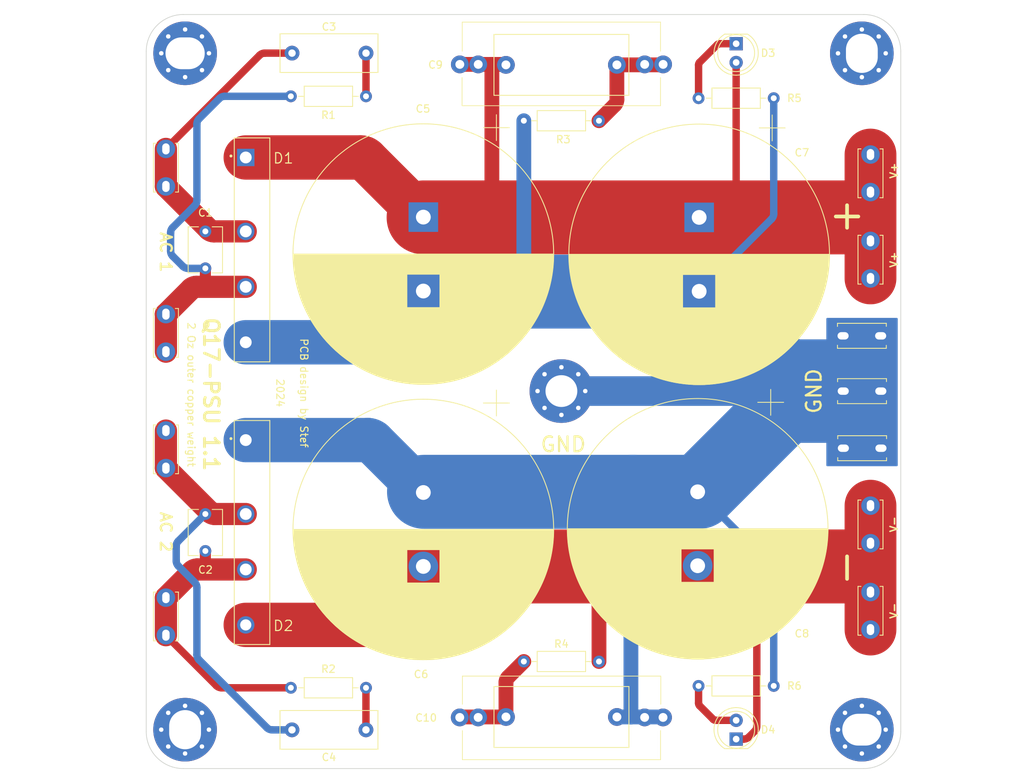
<source format=kicad_pcb>
(kicad_pcb (version 20240108) (generator "pcbnew") (generator_version "8.0")
  (title_block (title "Q17 Power Supply") (date "2024-08-09") (rev "1.1") (company "by stef"))
  (layers (0 "F.Cu" signal) (31 "B.Cu" signal) (34 "B.Paste" user) (35 "F.Paste" user) (36 "B.SilkS" user "B.Silkscreen") (37 "F.SilkS" user "F.Silkscreen") (38 "B.Mask" user) (39 "F.Mask" user) (44 "Edge.Cuts" user))
  (net 0 "")
  (net 1 "GNDPWR")
  (net 2 "Net-(J1-1-Pin_1)")
  (net 3 "Net-(J1-3-Pin_1)")
  (net 4 "Net-(J1-2-Pin_1)")
  (net 5 "Net-(J1-4-Pin_1)")
  (net 6 "Net-(D3-K)")
  (net 7 "Net-(D4-A)")
  (net 8 "Net-(C3-Pad2)")
  (net 9 "Net-(C4-Pad2)")
  (net 10 "Net-(C9-Pad2)")
  (net 11 "Net-(C10-Pad2)")
  (net 12 "Net-(D3-A)")
  (net 13 "Net-(D4-K)")
  (footprint "Capacitor_THT:C_Rect_L13.0mm_W5.0mm_P10.00mm_FKS3_FKP3_MKS4" (layer "F.Cu") (at 117.762 45.212)
    (property "Reference" "C3" (at 5 -3.556 0) (layer "F.SilkS"))
    (property "Value" "10nF")
    (pad "1" thru_hole circle (at 0 0) (size 2 2) (drill 1) (layers "*.Cu" "*.Mask") (net 2 "Net-(J1-1-Pin_1)"))
    (pad "2" thru_hole circle (at 10 0) (size 2 2) (drill 1) (layers "*.Cu" "*.Mask") (net 8 "Net-(C3-Pad2)"))
  )
  (footprint "Q17_Library:DIOB_GBJ2510" (layer "F.Cu") (at 112.356 110.05744 -90)
    (property "Reference" "D2" (at 12.62456 -4.23 0) (layer "F.SilkS") (effects (font (size 1.4 1.4))))
    (property "Value" "GBJ2510")
    (pad "1" thru_hole rect (at -12.5 0.85 270) (size 2.35 2.35) (drill 1.6) (layers "*.Cu" "*.Mask") (net 1 "GNDPWR"))
    (pad "2" thru_hole circle (at -2.5 0.85 270) (size 2.35 2.35) (drill 1.6) (layers "*.Cu" "*.Mask") (net 3 "Net-(J1-3-Pin_1)"))
    (pad "3" thru_hole circle (at 5 0.85 270) (size 2.35 2.35) (drill 1.6) (layers "*.Cu" "*.Mask") (net 5 "Net-(J1-4-Pin_1)"))
    (pad "4" thru_hole circle (at 12.5 0.85 270) (size 2.35 2.35) (drill 1.51) (layers "*.Cu" "*.Mask") (net 13 "Net-(D4-K)"))
  )
  (footprint "Capacitor_THT:C_Disc_D6.0mm_W4.4mm_P5.00mm" (layer "F.Cu") (at 106.04628 107.55744 -90)
    (property "Reference" "C2" (at 7.547355 -0.011567 0) (layer "F.SilkS"))
    (property "Value" "10nF")
    (pad "1" thru_hole circle (at 0 0 270) (size 1.6 1.6) (drill 0.8) (layers "*.Cu" "*.Mask") (net 3 "Net-(J1-3-Pin_1)"))
    (pad "2" thru_hole circle (at 5 0 270) (size 1.6 1.6) (drill 0.8) (layers "*.Cu" "*.Mask") (net 5 "Net-(J1-4-Pin_1)"))
  )
  (footprint "Capacitor_THT:CP_Radial_D35.0mm_P10.00mm_SnapIn" (layer "F.Cu") (at 135.513301 67.394442 -90)
    (property "Reference" "C5" (at -14.648184 0.05248 180) (layer "F.SilkS"))
    (property "Value" "10000uF 63v")
    (pad "1" thru_hole rect (at 0 0 270) (size 4 4) (drill 2) (layers "*.Cu" "*.Mask") (net 12 "Net-(D3-A)"))
    (pad "2" thru_hole circle (at 10 0 270) (size 4 4) (drill 2) (layers "*.Cu" "*.Mask") (net 1 "GNDPWR"))
  )
  (footprint "Q17_Library:Faston_Connector_63849-1_TEC" (layer "F.Cu") (at 100.71228 96.266 90)
    (property "Reference" "J1-3" (hide yes))
    (property "Value" "AC2-1" (hide yes))
    (pad "1" thru_hole circle (at -5.08 0 90) (size 2.5 2.5) (drill oval 1.5 1) (layers "*.Cu" "*.Mask") (net 3 "Net-(J1-3-Pin_1)"))
    (pad "1" thru_hole circle (at 0 0 90) (size 2.5 2.5) (drill oval 1.5 1) (layers "*.Cu" "*.Mask") (net 3 "Net-(J1-3-Pin_1)"))
  )
  (footprint "Q17_Library:C_Rect_Q17_PSU_L26.50_H11.00_P20.50" (layer "F.Cu") (at 142.934353 46.736)
    (property "Reference" "C9" (at -5.779934 0.063 0) (layer "F.SilkS"))
    (property "Value" "220nf" (hide yes))
    (pad "1" thru_hole circle (at -2.4892 0) (size 2.4 2.4) (drill 1.2) (layers "*.Cu" "*.Mask") (net 12 "Net-(D3-A)"))
    (pad "1" thru_hole circle (at 0 0) (size 2.4 2.4) (drill 1.2) (layers "*.Cu" "*.Mask") (net 12 "Net-(D3-A)"))
    (pad "1" thru_hole circle (at 3.743647 0.063) (size 2.4 2.4) (drill 1.2) (layers "*.Cu" "*.Mask") (net 12 "Net-(D3-A)"))
    (pad "2" thru_hole circle (at 18.743647 0.063) (size 2.4 2.4) (drill 1.2) (layers "*.Cu" "*.Mask") (net 10 "Net-(C9-Pad2)"))
    (pad "2" thru_hole circle (at 22.5 0 180) (size 2.4 2.4) (drill 1.2) (layers "*.Cu" "*.Mask") (net 10 "Net-(C9-Pad2)"))
    (pad "2" thru_hole circle (at 24.9936 0 180) (size 2.4 2.4) (drill 1.2) (layers "*.Cu" "*.Mask") (net 10 "Net-(C9-Pad2)"))
  )
  (footprint "Q17_Library:Faston_Connector_63849-1_TEC" (layer "F.Cu") (at 100.71228 118.872 90)
    (property "Reference" "J1-4" (hide yes))
    (property "Value" "AC2-2" (hide yes))
    (pad "1" thru_hole circle (at -5.08 0 90) (size 2.5 2.5) (drill oval 1.5 1) (layers "*.Cu" "*.Mask") (net 5 "Net-(J1-4-Pin_1)"))
    (pad "1" thru_hole circle (at 0 0 90) (size 2.5 2.5) (drill oval 1.5 1) (layers "*.Cu" "*.Mask") (net 5 "Net-(J1-4-Pin_1)"))
  )
  (footprint "MountingHole:MountingHole_4.3mm_M4_Pad_Via" (layer "F.Cu") (at 154.178 90.926419)
    (property "Reference" "#GROUND01" (hide yes))
    (property "Value" "MountingHole_4.3mm_M4_Pad_Via" (hide yes))
    (pad "1" thru_hole circle (at -3.225 0) (size 0.9 0.9) (drill 0.6) (layers "*.Cu" "*.Mask") (net 1 "GNDPWR"))
    (pad "1" thru_hole circle (at -2.280419 -2.280419) (size 0.9 0.9) (drill 0.6) (layers "*.Cu" "*.Mask") (net 1 "GNDPWR"))
    (pad "1" thru_hole circle (at -2.280419 2.280419) (size 0.9 0.9) (drill 0.6) (layers "*.Cu" "*.Mask") (net 1 "GNDPWR"))
    (pad "1" thru_hole circle (at 0 -3.225) (size 0.9 0.9) (drill 0.6) (layers "*.Cu" "*.Mask") (net 1 "GNDPWR"))
    (pad "1" thru_hole circle (at 0 0) (size 8.6 8.6) (drill 4.3) (layers "*.Cu" "*.Mask") (net 1 "GNDPWR"))
    (pad "1" thru_hole circle (at 0 3.225) (size 0.9 0.9) (drill 0.6) (layers "*.Cu" "*.Mask") (net 1 "GNDPWR"))
    (pad "1" thru_hole circle (at 2.280419 -2.280419) (size 0.9 0.9) (drill 0.6) (layers "*.Cu" "*.Mask") (net 1 "GNDPWR"))
    (pad "1" thru_hole circle (at 2.280419 2.280419) (size 0.9 0.9) (drill 0.6) (layers "*.Cu" "*.Mask") (net 1 "GNDPWR"))
    (pad "1" thru_hole circle (at 3.225 0) (size 0.9 0.9) (drill 0.6) (layers "*.Cu" "*.Mask") (net 1 "GNDPWR"))
  )
  (footprint "Q17_Library:Faston_Connector_63849-1_TEC" (layer "F.Cu") (at 192.278 90.932 180)
    (property "Reference" "J2-4" (hide yes))
    (property "Value" "GNDPWR" (hide yes))
    (pad "1" thru_hole circle (at -5.08 0 180) (size 2.5 2.5) (drill oval 1.5 1) (layers "*.Cu" "*.Mask") (net 1 "GNDPWR"))
    (pad "1" thru_hole circle (at 0 0 180) (size 2.5 2.5) (drill oval 1.5 1) (layers "*.Cu" "*.Mask") (net 1 "GNDPWR"))
  )
  (footprint "Q17_Library:Faston_Connector_63849-1_TEC" (layer "F.Cu") (at 192.295665 98.653992 180)
    (property "Reference" "J2-5" (hide yes))
    (property "Value" "GNDPWR" (hide yes))
    (pad "1" thru_hole circle (at -5.08 0 180) (size 2.5 2.5) (drill oval 1.5 1) (layers "*.Cu" "*.Mask") (net 1 "GNDPWR"))
    (pad "1" thru_hole circle (at 0 0 180) (size 2.5 2.5) (drill oval 1.5 1) (layers "*.Cu" "*.Mask") (net 1 "GNDPWR"))
  )
  (footprint "Capacitor_THT:C_Disc_D6.0mm_W4.4mm_P5.00mm" (layer "F.Cu") (at 106.04628 69.324941 -90)
    (property "Reference" "C1" (at -2.522941 0.000992 0) (layer "F.SilkS"))
    (property "Value" "10nF")
    (pad "1" thru_hole circle (at 0 0 270) (size 1.6 1.6) (drill 0.8) (layers "*.Cu" "*.Mask") (net 2 "Net-(J1-1-Pin_1)"))
    (pad "2" thru_hole circle (at 5 0 270) (size 1.6 1.6) (drill 0.8) (layers "*.Cu" "*.Mask") (net 4 "Net-(J1-2-Pin_1)"))
  )
  (footprint "Q17_Library:Faston_Connector_63849-1_TEC" (layer "F.Cu") (at 100.71228 58.166 90)
    (property "Reference" "J1-1" (hide yes))
    (property "Value" "AC1-1" (hide yes))
    (pad "1" thru_hole circle (at -5.08 0 90) (size 2.5 2.5) (drill oval 1.5 1) (layers "*.Cu" "*.Mask") (net 2 "Net-(J1-1-Pin_1)"))
    (pad "1" thru_hole circle (at 0 0 90) (size 2.5 2.5) (drill oval 1.5 1) (layers "*.Cu" "*.Mask") (net 2 "Net-(J1-1-Pin_1)"))
  )
  (footprint "MountingHole:MountingHole_4.3mm_M4_Pad_Via" (layer "F.Cu") (at 194.79428 136.729763)
    (property "Reference" "REF**" (hide yes))
    (property "Value" "MountingHole_4.3mm_M4_Pad_Via")
    (pad "1" thru_hole circle (at -3.225 0) (size 0.9 0.9) (drill 0.6) (layers "*.Cu" "*.Mask"))
    (pad "1" thru_hole circle (at -2.280419 -2.280419) (size 0.9 0.9) (drill 0.6) (layers "*.Cu" "*.Mask"))
    (pad "1" thru_hole circle (at -2.280419 2.280419) (size 0.9 0.9) (drill 0.6) (layers "*.Cu" "*.Mask"))
    (pad "1" thru_hole circle (at 0 -3.225) (size 0.9 0.9) (drill 0.6) (layers "*.Cu" "*.Mask"))
    (pad "1" thru_hole circle (at 0 0) (size 8.6 8.6) (drill oval 5.3 4.3) (layers "*.Cu" "*.Mask"))
    (pad "1" thru_hole circle (at 0 3.225) (size 0.9 0.9) (drill 0.6) (layers "*.Cu" "*.Mask"))
    (pad "1" thru_hole circle (at 2.280419 -2.280419) (size 0.9 0.9) (drill 0.6) (layers "*.Cu" "*.Mask"))
    (pad "1" thru_hole circle (at 2.280419 2.280419) (size 0.9 0.9) (drill 0.6) (layers "*.Cu" "*.Mask"))
    (pad "1" thru_hole circle (at 3.225 0) (size 0.9 0.9) (drill 0.6) (layers "*.Cu" "*.Mask"))
  )
  (footprint "Capacitor_THT:CP_Radial_D35.0mm_P10.00mm_SnapIn" (layer "F.Cu") (at 172.597301 104.554 -90)
    (property "Reference" "C8" (at 19.181059 -14.092699 180) (layer "F.SilkS"))
    (property "Value" "10000uF 63v")
    (pad "1" thru_hole rect (at 0 0 270) (size 4 4) (drill 2) (layers "*.Cu" "*.Mask") (net 1 "GNDPWR"))
    (pad "2" thru_hole circle (at 10 0 270) (size 4 4) (drill 2) (layers "*.Cu" "*.Mask") (net 13 "Net-(D4-K)"))
  )
  (footprint "Resistor_THT:R_Axial_DIN0207_L6.3mm_D2.5mm_P10.16mm_Horizontal" (layer "F.Cu") (at 127.762 131.064 180)
    (property "Reference" "R2" (at 5.08 2.54 0) (layer "F.SilkS"))
    (property "Value" "10R")
    (pad "1" thru_hole circle (at 0 0 180) (size 1.6 1.6) (drill 0.8) (layers "*.Cu" "*.Mask") (net 9 "Net-(C4-Pad2)"))
    (pad "2" thru_hole oval (at 10.16 0 180) (size 1.6 1.6) (drill 0.8) (layers "*.Cu" "*.Mask") (net 5 "Net-(J1-4-Pin_1)"))
  )
  (footprint "Resistor_THT:R_Axial_DIN0207_L6.3mm_D2.5mm_P10.16mm_Horizontal" (layer "F.Cu") (at 149.098 127.508)
    (property "Reference" "R4" (at 5.08 -2.37 0) (layer "F.SilkS"))
    (property "Value" "10R" (hide yes))
    (pad "1" thru_hole circle (at 0 0) (size 1.6 1.6) (drill 0.8) (layers "*.Cu" "*.Mask") (net 11 "Net-(C10-Pad2)"))
    (pad "2" thru_hole oval (at 10.16 0) (size 1.6 1.6) (drill 0.8) (layers "*.Cu" "*.Mask") (net 13 "Net-(D4-K)"))
  )
  (footprint "LED_THT:LED_D5.0mm" (layer "F.Cu") (at 177.8 138.004763 90)
    (property "Reference" "D4" (at 1.27 4.318 0) (layer "F.SilkS"))
    (property "Value" "LED")
    (pad "1" thru_hole rect (at 0 0 90) (size 1.8 1.8) (drill 0.9) (layers "*.Cu" "*.Mask") (net 13 "Net-(D4-K)"))
    (pad "2" thru_hole circle (at 2.54 0 90) (size 1.8 1.8) (drill 0.9) (layers "*.Cu" "*.Mask") (net 7 "Net-(D4-A)"))
  )
  (footprint "Q17_Library:Faston_Connector_63849-1_TEC" (layer "F.Cu") (at 195.96228 75.692 -90)
    (property "Reference" "J2-2" (hide yes))
    (property "Value" "V+" (at -2.54 -3.17372 90) (layer "F.SilkS") (effects (font (thickness 0.2) (bold yes))))
    (pad "1" thru_hole circle (at -5.08 0 270) (size 2.5 2.5) (drill oval 1.5 1) (layers "*.Cu" "*.Mask") (net 12 "Net-(D3-A)"))
    (pad "1" thru_hole circle (at 0 0 270) (size 2.5 2.5) (drill oval 1.5 1) (layers "*.Cu" "*.Mask") (net 12 "Net-(D3-A)"))
  )
  (footprint "Q17_Library:Faston_Connector_63849-1_TEC" (layer "F.Cu") (at 192.255665 83.453992 180)
    (property "Reference" "J2-3" (hide yes))
    (property "Value" "GNDPWR" (hide yes))
    (pad "1" thru_hole circle (at -5.08 0 180) (size 2.5 2.5) (drill oval 1.5 1) (layers "*.Cu" "*.Mask") (net 1 "GNDPWR"))
    (pad "1" thru_hole circle (at 0 0 180) (size 2.5 2.5) (drill oval 1.5 1) (layers "*.Cu" "*.Mask") (net 1 "GNDPWR"))
  )
  (footprint "Q17_Library:Faston_Connector_63849-1_TEC" (layer "F.Cu") (at 195.96228 111.506 -90)
    (property "Reference" "J2-6" (hide yes))
    (property "Value" "V-" (at -2.554323 -3.17372 90) (layer "F.SilkS") (effects (font (thickness 0.2) (bold yes))))
    (pad "1" thru_hole circle (at -5.08 0 270) (size 2.5 2.5) (drill oval 1.5 1) (layers "*.Cu" "*.Mask") (net 13 "Net-(D4-K)"))
    (pad "1" thru_hole circle (at 0 0 270) (size 2.5 2.5) (drill oval 1.5 1) (layers "*.Cu" "*.Mask") (net 13 "Net-(D4-K)"))
  )
  (footprint "Capacitor_THT:C_Rect_L13.0mm_W5.0mm_P10.00mm_FKS3_FKP3_MKS4" (layer "F.Cu") (at 117.7544 136.7536)
    (property "Reference" "C4" (at 5 3.7084 0) (layer "F.SilkS"))
    (property "Value" "10nF")
    (pad "1" thru_hole circle (at 0 0) (size 2 2) (drill 1) (layers "*.Cu" "*.Mask") (net 3 "Net-(J1-3-Pin_1)"))
    (pad "2" thru_hole circle (at 10 0) (size 2 2) (drill 1) (layers "*.Cu" "*.Mask") (net 9 "Net-(C4-Pad2)"))
  )
  (footprint "Q17_Library:DIOB_GBJ2510" (layer "F.Cu") (at 112.356 71.824941 -90)
    (property "Reference" "D1" (at -12.388941 -4.23 0) (layer "F.SilkS") (effects (font (size 1.4 1.4))))
    (property "Value" "GBJ2510")
    (pad "1" thru_hole rect (at -12.5 0.85 270) (size 2.35 2.35) (drill 1.6) (layers "*.Cu" "*.Mask") (net 12 "Net-(D3-A)"))
    (pad "2" thru_hole circle (at -2.5 0.85 270) (size 2.35 2.35) (drill 1.6) (layers "*.Cu" "*.Mask") (net 2 "Net-(J1-1-Pin_1)"))
    (pad "3" thru_hole circle (at 5 0.85 270) (size 2.35 2.35) (drill 1.6) (layers "*.Cu" "*.Mask") (net 4 "Net-(J1-2-Pin_1)"))
    (pad "4" thru_hole circle (at 12.5 0.85 270) (size 2.35 2.35) (drill 1.6) (layers "*.Cu" "*.Mask") (net 1 "GNDPWR"))
  )
  (footprint "Q17_Library:Faston_Connector_63849-1_TEC" (layer "F.Cu") (at 100.71228 80.518 90)
    (property "Reference" "J1-2" (hide yes))
    (property "Value" "AC1-2" (hide yes))
    (pad "1" thru_hole circle (at -5.08 0 90) (size 2.5 2.5) (drill oval 1.5 1) (layers "*.Cu" "*.Mask") (net 4 "Net-(J1-2-Pin_1)"))
    (pad "1" thru_hole circle (at 0 0 90) (size 2.5 2.5) (drill oval 1.5 1) (layers "*.Cu" "*.Mask") (net 4 "Net-(J1-2-Pin_1)"))
  )
  (footprint "Resistor_THT:R_Axial_DIN0207_L6.3mm_D2.5mm_P10.16mm_Horizontal" (layer "F.Cu") (at 159.258 54.356 180)
    (property "Reference" "R3" (at 4.826 -2.54 0) (layer "F.SilkS"))
    (property "Value" "10R" (hide yes))
    (pad "1" thru_hole circle (at 0 0 180) (size 1.6 1.6) (drill 0.8) (layers "*.Cu" "*.Mask") (net 10 "Net-(C9-Pad2)"))
    (pad "2" thru_hole oval (at 10.16 0 180) (size 1.6 1.6) (drill 0.8) (layers "*.Cu" "*.Mask") (net 1 "GNDPWR"))
  )
  (footprint "MountingHole:MountingHole_4.3mm_M4_Pad_Via" (layer "F.Cu") (at 194.79428 45.238963)
    (property "Reference" "REF**" (hide yes))
    (property "Value" "MountingHole_4.3mm_M4_Pad_Via")
    (pad "1" thru_hole circle (at -3.225 0) (size 0.9 0.9) (drill 0.6) (layers "*.Cu" "*.Mask"))
    (pad "1" thru_hole circle (at -2.280419 -2.280419) (size 0.9 0.9) (drill 0.6) (layers "*.Cu" "*.Mask"))
    (pad "1" thru_hole circle (at -2.280419 2.280419) (size 0.9 0.9) (drill 0.6) (layers "*.Cu" "*.Mask"))
    (pad "1" thru_hole circle (at 0 -3.225) (size 0.9 0.9) (drill 0.6) (layers "*.Cu" "*.Mask"))
    (pad "1" thru_hole circle (at 0 0) (size 8.6 8.6) (drill oval 4.3 5.3) (layers "*.Cu" "*.Mask"))
    (pad "1" thru_hole circle (at 0 3.225) (size 0.9 0.9) (drill 0.6) (layers "*.Cu" "*.Mask"))
    (pad "1" thru_hole circle (at 2.280419 -2.280419) (size 0.9 0.9) (drill 0.6) (layers "*.Cu" "*.Mask"))
    (pad "1" thru_hole circle (at 2.280419 2.280419) (size 0.9 0.9) (drill 0.6) (layers "*.Cu" "*.Mask"))
    (pad "1" thru_hole circle (at 3.225 0) (size 0.9 0.9) (drill 0.6) (layers "*.Cu" "*.Mask"))
  )
  (footprint "Capacitor_THT:CP_Radial_D35.0mm_P10.00mm_SnapIn" (layer "F.Cu") (at 135.513301 104.648 -90)
    (property "Reference" "C6" (at 24.589317 0.30648 180) (layer "F.SilkS"))
    (property "Value" "10000uF 63v")
    (pad "1" thru_hole rect (at 0 0 270) (size 4 4) (drill 2) (layers "*.Cu" "*.Mask") (net 1 "GNDPWR"))
    (pad "2" thru_hole circle (at 10 0 270) (size 4 4) (drill 2) (layers "*.Cu" "*.Mask") (net 13 "Net-(D4-K)"))
  )
  (footprint "Q17_Library:C_Rect_Q17_PSU_L26.50_H11.00_P20.50" (layer "F.Cu") (at 165.427229 135.072553 180)
    (property "Reference" "C10" (at 29.537229 -0.055447 180) (layer "F.SilkS"))
    (property "Value" "220nF" (hide yes))
    (pad "1" thru_hole circle (at -2.4892 0 180) (size 2.4 2.4) (drill 1.2) (layers "*.Cu" "*.Mask") (net 1 "GNDPWR"))
    (pad "1" thru_hole circle (at 0 0 180) (size 2.4 2.4) (drill 1.2) (layers "*.Cu" "*.Mask") (net 1 "GNDPWR"))
    (pad "1" thru_hole circle (at 3.743647 0.063 180) (size 2.4 2.4) (drill 1.2) (layers "*.Cu" "*.Mask") (net 1 "GNDPWR"))
    (pad "2" thru_hole circle (at 18.743647 0.063 180) (size 2.4 2.4) (drill 1.2) (layers "*.Cu" "*.Mask") (net 11 "Net-(C10-Pad2)"))
    (pad "2" thru_hole circle (at 22.5 0) (size 2.4 2.4) (drill 1.2) (layers "*.Cu" "*.Mask") (net 11 "Net-(C10-Pad2)"))
    (pad "2" thru_hole circle (at 24.9936 0) (size 2.4 2.4) (drill 1.2) (layers "*.Cu" "*.Mask") (net 11 "Net-(C10-Pad2)"))
  )
  (footprint "LED_THT:LED_D5.0mm" (layer "F.Cu") (at 177.8 43.937 -90)
    (property "Reference" "D3" (at 1.27 -4.318 180) (layer "F.SilkS"))
    (property "Value" "LED")
    (pad "1" thru_hole rect (at 0 0 270) (size 1.8 1.8) (drill 0.9) (layers "*.Cu" "*.Mask") (net 6 "Net-(D3-K)"))
    (pad "2" thru_hole circle (at 2.54 0 270) (size 1.8 1.8) (drill 0.9) (layers "*.Cu" "*.Mask") (net 12 "Net-(D3-A)"))
  )
  (footprint "MountingHole:MountingHole_4.3mm_M4_Pad_Via" (layer "F.Cu") (at 103.309061 45.233382)
    (property "Reference" "REF**" (hide yes))
    (property "Value" "MountingHole_4.3mm_M4_Pad_Via")
    (pad "1" thru_hole circle (at -3.225 0) (size 0.9 0.9) (drill 0.6) (layers "*.Cu" "*.Mask"))
    (pad "1" thru_hole circle (at -2.280419 -2.280419) (size 0.9 0.9) (drill 0.6) (layers "*.Cu" "*.Mask"))
    (pad "1" thru_hole circle (at -2.280419 2.280419) (size 0.9 0.9) (drill 0.6) (layers "*.Cu" "*.Mask"))
    (pad "1" thru_hole circle (at 0 -3.225) (size 0.9 0.9) (drill 0.6) (layers "*.Cu" "*.Mask"))
    (pad "1" thru_hole circle (at 0 0) (size 8.6 8.6) (drill oval 5.3 4.3) (layers "*.Cu" "*.Mask"))
    (pad "1" thru_hole circle (at 0 3.225) (size 0.9 0.9) (drill 0.6) (layers "*.Cu" "*.Mask"))
    (pad "1" thru_hole circle (at 2.280419 -2.280419) (size 0.9 0.9) (drill 0.6) (layers "*.Cu" "*.Mask"))
    (pad "1" thru_hole circle (at 2.280419 2.280419) (size 0.9 0.9) (drill 0.6) (layers "*.Cu" "*.Mask"))
    (pad "1" thru_hole circle (at 3.225 0) (size 0.9 0.9) (drill 0.6) (layers "*.Cu" "*.Mask"))
  )
  (footprint "Resistor_THT:R_Axial_DIN0207_L6.3mm_D2.5mm_P10.16mm_Horizontal" (layer "F.Cu") (at 127.762 51.054 180)
    (property "Reference" "R1" (at 5.08 -2.54 0) (layer "F.SilkS"))
    (property "Value" "10R")
    (pad "1" thru_hole circle (at 0 0 180) (size 1.6 1.6) (drill 0.8) (layers "*.Cu" "*.Mask") (net 8 "Net-(C3-Pad2)"))
    (pad "2" thru_hole oval (at 10.16 0 180) (size 1.6 1.6) (drill 0.8) (layers "*.Cu" "*.Mask") (net 4 "Net-(J1-2-Pin_1)"))
  )
  (footprint "Q17_Library:Faston_Connector_63849-1_TEC" (layer "F.Cu") (at 195.96228 64.008 -90)
    (property "Reference" "J2-1" (hide yes))
    (property "Value" "V+" (at -2.8956 -3.17372 90) (layer "F.SilkS") (effects (font (thickness 0.2) (bold yes))))
    (pad "1" thru_hole circle (at -5.08 0 270) (size 2.5 2.5) (drill oval 1.5 1) (layers "*.Cu" "*.Mask") (net 12 "Net-(D3-A)"))
    (pad "1" thru_hole circle (at 0 0 270) (size 2.5 2.5) (drill oval 1.5 1) (layers "*.Cu" "*.Mask") (net 12 "Net-(D3-A)"))
  )
  (footprint "Resistor_THT:R_Axial_DIN0207_L6.3mm_D2.5mm_P10.16mm_Horizontal" (layer "F.Cu") (at 172.72 51.308)
    (property "Reference" "R5" (at 12.954 0 0) (layer "F.SilkS"))
    (property "Value" "10K")
    (pad "1" thru_hole circle (at 0 0) (size 1.6 1.6) (drill 0.8) (layers "*.Cu" "*.Mask") (net 6 "Net-(D3-K)"))
    (pad "2" thru_hole oval (at 10.16 0) (size 1.6 1.6) (drill 0.8) (layers "*.Cu" "*.Mask") (net 1 "GNDPWR"))
  )
  (footprint "Capacitor_THT:CP_Radial_D35.0mm_P10.00mm_SnapIn" (layer "F.Cu") (at 172.800501 67.432941 -90)
    (property "Reference" "C7" (at -8.758941 -13.889499 180) (layer "F.SilkS"))
    (property "Value" "10000uF 63v")
    (pad "1" thru_hole rect (at 0 0 270) (size 4 4) (drill 2) (layers "*.Cu" "*.Mask") (net 12 "Net-(D3-A)"))
    (pad "2" thru_hole circle (at 10 0 270) (size 4 4) (drill 2) (layers "*.Cu" "*.Mask") (net 1 "GNDPWR"))
  )
  (footprint "Q17_Library:Faston_Connector_63849-1_TEC" (layer "F.Cu") (at 195.96228 123.19 -90)
    (property "Reference" "J2-7" (hide yes))
    (property "Value" "V-" (at -2.54 -3.17372 90) (layer "F.SilkS") (effects (font (thickness 0.2) (bold yes))))
    (pad "1" thru_hole circle (at -5.08 0 270) (size 2.5 2.5) (drill oval 1.5 1) (layers "*.Cu" "*.Mask") (net 13 "Net-(D4-K)"))
    (pad "1" thru_hole circle (at 0 0 270) (size 2.5 2.5) (drill oval 1.5 1) (layers "*.Cu" "*.Mask") (net 13 "Net-(D4-K)"))
  )
  (footprint "MountingHole:MountingHole_4.3mm_M4_Pad_Via" (layer "F.Cu") (at 103.30348 136.729763)
    (property "Reference" "REF**" (hide yes))
    (property "Value" "MountingHole_4.3mm_M4_Pad_Via")
    (pad "1" thru_hole circle (at -3.225 0) (size 0.9 0.9) (drill 0.6) (layers "*.Cu" "*.Mask"))
    (pad "1" thru_hole circle (at -2.280419 -2.280419) (size 0.9 0.9) (drill 0.6) (layers "*.Cu" "*.Mask"))
    (pad "1" thru_hole circle (at -2.280419 2.280419) (size 0.9 0.9) (drill 0.6) (layers "*.Cu" "*.Mask"))
    (pad "1" thru_hole circle (at 0 -3.225) (size 0.9 0.9) (drill 0.6) (layers "*.Cu" "*.Mask"))
    (pad "1" thru_hole circle (at 0 0) (size 8.6 8.6) (drill oval 4.3 5.3) (layers "*.Cu" "*.Mask"))
    (pad "1" thru_hole circle (at 0 3.225) (size 0.9 0.9) (drill 0.6) (layers "*.Cu" "*.Mask"))
    (pad "1" thru_hole circle (at 2.280419 -2.280419) (size 0.9 0.9) (drill 0.6) (layers "*.Cu" "*.Mask"))
    (pad "1" thru_hole circle (at 2.280419 2.280419) (size 0.9 0.9) (drill 0.6) (layers "*.Cu" "*.Mask"))
    (pad "1" thru_hole circle (at 3.225 0) (size 0.9 0.9) (drill 0.6) (layers "*.Cu" "*.Mask"))
  )
  (footprint "Resistor_THT:R_Axial_DIN0207_L6.3mm_D2.5mm_P10.16mm_Horizontal" (layer "F.Cu") (at 182.88 130.81 180)
    (property "Reference" "R6" (at -2.794 0 0) (layer "F.SilkS"))
    (property "Value" "10K")
    (pad "1" thru_hole circle (at 0 0 180) (size 1.6 1.6) (drill 0.8) (layers "*.Cu" "*.Mask") (net 1 "GNDPWR"))
    (pad "2" thru_hole oval (at 10.16 0 180) (size 1.6 1.6) (drill 0.8) (layers "*.Cu" "*.Mask") (net 7 "Net-(D4-A)"))
  )
  (gr_line (start 98.05348 136.988963) (end 98.05348 44.988963) (stroke (width 0.1)) (layer "Edge.Cuts"))
  (gr_arc (start 200.05348 136.988963) (mid 198.589 140.524471) (end 195.05348 141.988963) (stroke (width 0.1)) (layer "Edge.Cuts"))
  (gr_line (start 103.05348 39.988963) (end 195.05348 39.988963) (stroke (width 0.1)) (layer "Edge.Cuts"))
  (gr_line (start 195.05348 141.988963) (end 103.05348 141.988963) (stroke (width 0.1)) (layer "Edge.Cuts"))
  (gr_line (start 200.05348 44.988963) (end 200.05348 136.988963) (stroke (width 0.1)) (layer "Edge.Cuts"))
  (gr_arc (start 98.05348 44.988963) (mid 99.517946 41.453429) (end 103.05348 39.988963) (stroke (width 0.1)) (layer "Edge.Cuts"))
  (gr_arc (start 103.05348 141.988963) (mid 99.517932 140.524499) (end 98.05348 136.988963) (stroke (width 0.1)) (layer "Edge.Cuts"))
  (gr_arc (start 195.05348 39.988963) (mid 198.589 41.453432) (end 200.05348 44.988963) (stroke (width 0.1)) (layer "Edge.Cuts"))
  (gr_text "GND" (at 154.432 99.314 0) (layer "F.SilkS") (effects (font (size 2 2) (thickness 0.3) (bold yes)) (justify bottom)))
  (gr_text "-" (at 190.754 114.808 270) (layer "F.SilkS") (effects (font (size 4 4) (thickness 0.5)) (justify bottom)))
  (gr_text "PCB design by Stef\n\n2024" (at 115.57 91.186 270) (layer "F.SilkS") (effects (font (size 1 1)) (justify bottom)))
  (gr_text "Q17-PSU 1.1" (at 105.664 80.772 270) (layer "F.SilkS") (effects (font (size 2 2) (thickness 0.4) (bold yes)) (justify left bottom)))
  (gr_text "GND" (at 189.484 90.932 90) (layer "F.SilkS") (effects (font (size 2 2) (thickness 0.3) (bold yes)) (justify bottom)))
  (gr_text "+" (at 190.754 67.31 270) (layer "F.SilkS") (effects (font (size 4 4) (thickness 0.5)) (justify bottom)))
  (gr_text "2 Oz outer copper weight" (at 104.14 91.409905 -90) (layer "F.SilkS") (effects (font (size 1 1))))
  (gr_text "AC 1" (at 99.822 72.136 270) (layer "F.SilkS") (effects (font (size 1.5 1.5) (thickness 0.3) (bold yes)) (justify bottom)))
  (gr_text "AC 2" (at 99.822 109.982 270) (layer "F.SilkS") (effects (font (size 1.5 1.5) (thickness 0.3) (bold yes)) (justify bottom)))
  (segment (start 163.576 104.808) (end 163.83 104.554) (width 0.25) (layer "B.Cu") (net 1))
  (segment (start 172.814 104.554) (end 186.436 90.932) (width 10) (layer "B.Cu") (net 1))
  (segment (start 163.83 104.554) (end 135.607301 104.554) (width 10) (layer "B.Cu") (net 1))
  (segment (start 186.293979 90.926419) (end 186.29956 90.932) (width 0.25) (layer "B.Cu") (net 1))
  (segment (start 182.587107 67.646335) (end 172.800501 77.432941) (width 1) (layer "B.Cu") (net 1))
  (segment (start 182.88 51.308) (end 182.88 66.939228) (width 1) (layer "B.Cu") (net 1))
  (segment (start 167.853429 135.009553) (end 163.576 135.009553) (width 2) (layer "B.Cu") (net 1))
  (segment (start 128.008527 97.55744) (end 111.506 97.55744) (width 6) (layer "B.Cu") (net 1))
  (segment (start 135.588859 77.47) (end 172.763442 77.47) (width 10) (layer "B.Cu") (net 1))
  (segment (start 186.436 90.932) (end 192.278 90.932) (width 14) (layer "B.Cu") (net 1))
  (segment (start 135.513301 77.394442) (end 135.588859 77.47) (width 7) (layer "B.Cu") (net 1))
  (segment (start 149.098 54.356) (end 149.098 76.708) (width 2) (layer "B.Cu") (net 1))
  (segment (start 182.88 130.81) (end 182.88 115.250913) (width 1) (layer "B.Cu") (net 1))
  (segment (start 135.513301 104.648) (end 128.715634 97.850333) (width 6) (layer "B.Cu") (net 1))
  (segment (start 128.168588 84.324941) (end 111.506 84.324941) (width 6) (layer "B.Cu") (net 1))
  (segment (start 154.178 90.926419) (end 186.293979 90.926419) (width 4) (layer "B.Cu") (net 1))
  (segment (start 135.513301 77.394442) (end 128.875695 84.032048) (width 6) (layer "B.Cu") (net 1))
  (segment (start 172.800501 77.432941) (end 186.29956 90.932) (width 10) (layer "B.Cu") (net 1))
  (segment (start 182.587107 114.543806) (end 172.597301 104.554) (width 1) (layer "B.Cu") (net 1))
  (segment (start 186.29956 90.932) (end 192.278 90.932) (width 4) (layer "B.Cu") (net 1))
  (segment (start 163.576 135.009553) (end 163.576 104.808) (width 2) (layer "B.Cu") (net 1))
  (segment (start 163.576 135.009553) (end 161.683582 135.009553) (width 2) (layer "B.Cu") (net 1))
  (segment (start 172.763442 77.47) (end 172.800501 77.432941) (width 4) (layer "B.Cu") (net 1))
  (segment (start 172.597301 104.554) (end 163.83 104.554) (width 10) (layer "B.Cu") (net 1))
  (arc (start 182.88 115.250913) (mid 182.80388 114.86823) (end 182.587107 114.543806) (width 1) (layer "B.Cu") (net 1))
  (arc (start 182.587107 67.646335) (mid 182.80388 67.321912) (end 182.88 66.939228) (width 1) (layer "B.Cu") (net 1))
  (arc (start 128.008527 97.55744) (mid 128.39121 97.63356) (end 128.715634 97.850333) (width 6) (layer "B.Cu") (net 1))
  (arc (start 128.875695 84.032048) (mid 128.551272 84.248821) (end 128.168588 84.324941) (width 6) (layer "B.Cu") (net 1))
  (segment (start 107.205435 69.324941) (end 111.506 69.324941) (width 3) (layer "F.Cu") (net 2))
  (segment (start 100.71228 63.246) (end 106.498328 69.032048) (width 3) (layer "F.Cu") (net 2))
  (segment (start 100.71228 58.166) (end 113.373387 45.504893) (width 1) (layer "F.Cu") (net 2))
  (segment (start 114.080494 45.212) (end 117.762 45.212) (width 1) (layer "F.Cu") (net 2))
  (segment (start 100.71228 63.246) (end 100.71228 58.166) (width 3) (layer "F.Cu") (net 2))
  (arc (start 113.373387 45.504893) (mid 113.69781 45.28812) (end 114.080494 45.212) (width 1) (layer "F.Cu") (net 2))
  (arc (start 106.498328 69.032048) (mid 106.822751 69.248821) (end 107.205435 69.324941) (width 3) (layer "F.Cu") (net 2))
  (segment (start 106.630827 107.264547) (end 100.71228 101.346) (width 3) (layer "F.Cu") (net 3))
  (segment (start 100.71228 101.346) (end 100.71228 96.266) (width 3) (layer "F.Cu") (net 3))
  (segment (start 111.506 107.55744) (end 107.337934 107.55744) (width 3) (layer "F.Cu") (net 3))
  (arc (start 106.630827 107.264547) (mid 106.95525 107.48132) (end 107.337934 107.55744) (width 3) (layer "F.Cu") (net 3))
  (segment (start 104.902 117.508214) (end 104.902 126.585786) (width 1) (layer "B.Cu") (net 3))
  (segment (start 102.400893 114.592893) (end 104.609107 116.801107) (width 1) (layer "B.Cu") (net 3))
  (segment (start 105.194893 127.292893) (end 114.362707 136.460707) (width 1) (layer "B.Cu") (net 3))
  (segment (start 106.04628 107.55744) (end 102.400893 111.202827) (width 1) (layer "B.Cu") (net 3))
  (segment (start 115.069814 136.7536) (end 117.7544 136.7536) (width 1) (layer "B.Cu") (net 3))
  (segment (start 102.108 111.909934) (end 102.108 113.885786) (width 1) (layer "B.Cu") (net 3))
  (arc (start 104.902 126.585786) (mid 104.97812 126.968469) (end 105.194893 127.292893) (width 1) (layer "B.Cu") (net 3))
  (arc (start 115.069814 136.7536) (mid 114.687131 136.67748) (end 114.362707 136.460707) (width 1) (layer "B.Cu") (net 3))
  (arc (start 102.400893 111.202827) (mid 102.18412 111.52725) (end 102.108 111.909934) (width 1) (layer "B.Cu") (net 3))
  (arc (start 102.400893 114.592893) (mid 102.18412 114.26847) (end 102.108 113.885786) (width 1) (layer "B.Cu") (net 3))
  (arc (start 104.902 117.508214) (mid 104.82588 117.125531) (end 104.609107 116.801107) (width 1) (layer "B.Cu") (net 3))
  (segment (start 100.728887 80.501393) (end 100.71228 80.518) (width 3) (layer "F.Cu") (net 4))
  (segment (start 106.04628 74.324941) (end 106.04628 76.699221) (width 1.5) (layer "F.Cu") (net 4))
  (segment (start 104.112446 77.117834) (end 100.71228 80.518) (width 3) (layer "F.Cu") (net 4))
  (segment (start 100.71228 80.518) (end 100.71228 85.598) (width 3) (layer "F.Cu") (net 4))
  (segment (start 106.04628 76.699221) (end 102.227501 80.518) (width 0.25) (layer "F.Cu") (net 4))
  (segment (start 102.227501 80.518) (end 100.71228 80.518) (width 0.25) (layer "F.Cu") (net 4))
  (segment (start 111.506 76.824941) (end 104.819553 76.824941) (width 3) (layer "F.Cu") (net 4))
  (arc (start 104.112446 77.117834) (mid 104.436869 76.901061) (end 104.819553 76.824941) (width 3) (layer "F.Cu") (net 4))
  (segment (start 102.988048 74.032048) (end 101.638893 72.682893) (width 1) (layer "B.Cu") (net 4))
  (segment (start 106.04628 74.324941) (end 103.695155 74.324941) (width 1) (layer "B.Cu") (net 4))
  (segment (start 101.638893 68.795107) (end 104.609107 65.824893) (width 1) (layer "B.Cu") (net 4))
  (segment (start 105.194893 54.096321) (end 107.944321 51.346893) (width 1) (layer "B.Cu") (net 4))
  (segment (start 108.651428 51.054) (end 117.602 51.054) (width 1) (layer "B.Cu") (net 4))
  (segment (start 104.902 65.117786) (end 104.902 54.803428) (width 1) (layer "B.Cu") (net 4))
  (segment (start 101.346 71.975786) (end 101.346 69.502214) (width 1) (layer "B.Cu") (net 4))
  (arc (start 101.346 69.502214) (mid 101.42212 69.119531) (end 101.638893 68.795107) (width 1) (layer "B.Cu") (net 4))
  (arc (start 104.902 54.803428) (mid 104.97812 54.420745) (end 105.194893 54.096321) (width 1) (layer "B.Cu") (net 4))
  (arc (start 103.695155 74.324941) (mid 103.312472 74.248821) (end 102.988048 74.032048) (width 1) (layer "B.Cu") (net 4))
  (arc (start 104.902 65.117786) (mid 104.82588 65.500469) (end 104.609107 65.824893) (width 1) (layer "B.Cu") (net 4))
  (arc (start 101.346 71.975786) (mid 101.42212 72.358469) (end 101.638893 72.682893) (width 1) (layer "B.Cu") (net 4))
  (arc (start 108.651428 51.054) (mid 108.268745 51.13012) (end 107.944321 51.346893) (width 1) (layer "B.Cu") (net 4))
  (segment (start 111.506 115.05744) (end 104.941054 115.05744) (width 3) (layer "F.Cu") (net 5))
  (segment (start 104.233947 115.350333) (end 100.71228 118.872) (width 3) (layer "F.Cu") (net 5))
  (segment (start 106.04628 114.92916) (end 105.664 115.31144) (width 0.25) (layer "F.Cu") (net 5))
  (segment (start 100.71228 123.952) (end 107.531387 130.771107) (width 1) (layer "F.Cu") (net 5))
  (segment (start 100.71228 118.872) (end 100.71228 123.952) (width 3) (layer "F.Cu") (net 5))
  (segment (start 108.238494 131.064) (end 117.6744 131.064) (width 1) (layer "F.Cu") (net 5))
  (segment (start 106.04628 112.55744) (end 106.04628 114.92916) (width 1.5) (layer "F.Cu") (net 5))
  (arc (start 104.233947 115.350333) (mid 104.55837 115.13356) (end 104.941054 115.05744) (width 3) (layer "F.Cu") (net 5))
  (arc (start 108.238494 131.064) (mid 107.855811 130.98788) (end 107.531387 130.771107) (width 1) (layer "F.Cu") (net 5))
  (segment (start 172.866447 46.453833) (end 175.236834 44.083446) (width 1) (layer "F.Cu") (net 6))
  (segment (start 175.590387 43.937) (end 177.8 43.937) (width 1) (layer "F.Cu") (net 6))
  (segment (start 172.72 51.308) (end 172.72 46.807387) (width 1) (layer "F.Cu") (net 6))
  (arc (start 172.866447 46.453833) (mid 172.75806 46.616045) (end 172.72 46.807387) (width 1) (layer "F.Cu") (net 6))
  (arc (start 175.236834 44.083446) (mid 175.399046 43.97506) (end 175.590387 43.937) (width 1) (layer "F.Cu") (net 6))
  (segment (start 177.8 135.464763) (end 175.04187 135.464763) (width 1) (layer "F.Cu") (net 7))
  (segment (start 174.688316 135.318316) (end 172.866446 133.496446) (width 1) (layer "F.Cu") (net 7))
  (segment (start 172.72 133.142893) (end 172.72 130.81) (width 1) (layer "F.Cu") (net 7))
  (arc (start 172.866446 133.496446) (mid 172.75806 133.334234) (end 172.72 133.142893) (width 1) (layer "F.Cu") (net 7))
  (arc (start 175.04187 135.464763) (mid 174.850528 135.426703) (end 174.688316 135.318316) (width 1) (layer "F.Cu") (net 7))
  (segment (start 127.762 50.974) (end 127.762 45.212) (width 1) (layer "F.Cu") (net 8))
  (segment (start 127.7544 131.144) (end 127.7544 136.7536) (width 1) (layer "F.Cu") (net 9))
  (segment (start 161.385107 52.228893) (end 159.258 54.356) (width 2) (layer "F.Cu") (net 10))
  (segment (start 161.678 46.799) (end 161.678 51.521786) (width 2) (layer "F.Cu") (net 10))
  (segment (start 161.678 46.799) (end 167.864953 46.799) (width 2) (layer "F.Cu") (net 10))
  (arc (start 161.678 51.521786) (mid 161.60188 51.904469) (end 161.385107 52.228893) (width 2) (layer "F.Cu") (net 10))
  (segment (start 146.683582 135.009553) (end 140.496629 135.009553) (width 2) (layer "F.Cu") (net 11))
  (segment (start 149.098 127.508) (end 146.976475 129.629525) (width 2) (layer "F.Cu") (net 11))
  (segment (start 146.683582 130.336632) (end 146.683582 135.009553) (width 2) (layer "F.Cu") (net 11))
  (arc (start 146.976475 129.629525) (mid 146.759702 129.953948) (end 146.683582 130.336632) (width 2) (layer "F.Cu") (net 11))
  (segment (start 144.78 46.736) (end 146.615 46.736) (width 2) (layer "F.Cu") (net 12))
  (segment (start 177.8 46.477) (end 177.8 67.157721) (width 1) (layer "F.Cu") (net 12))
  (segment (start 127.736693 59.617834) (end 135.513301 67.394442) (width 6) (layer "F.Cu") (net 12))
  (segment (start 195.96228 75.692) (end 195.96228 58.928) (width 7) (layer "F.Cu") (net 12))
  (segment (start 111.506 59.324941) (end 127.029586 59.324941) (width 6) (layer "F.Cu") (net 12))
  (segment (start 144.78 46.736) (end 144.78 67.178941) (width 2) (layer "F.Cu") (net 12))
  (segment (start 145.034 67.432941) (end 135.5518 67.432941) (width 10) (layer "F.Cu") (net 12))
  (segment (start 135.5518 67.432941) (end 135.513301 67.394442) (width 4) (layer "F.Cu") (net 12))
  (segment (start 192.532 67.432941) (end 145.034 67.432941) (width 10) (layer "F.Cu") (net 12))
  (segment (start 144.78 67.178941) (end 145.034 67.432941) (width 0.25) (layer "F.Cu") (net 12))
  (segment (start 140.445153 46.736) (end 144.78 46.736) (width 2) (layer "F.Cu") (net 12))
  (arc (start 127.736693 59.617834) (mid 127.41227 59.401061) (end 127.029586 59.324941) (width 6) (layer "F.Cu") (net 12))
  (segment (start 127.896754 122.264547) (end 135.513301 114.648) (width 6) (layer "F.Cu") (net 13))
  (segment (start 111.506 122.55744) (end 127.189647 122.55744) (width 6) (layer "F.Cu") (net 13))
  (segment (start 135.513301 114.648) (end 194.056 114.648) (width 10) (layer "F.Cu") (net 13))
  (segment (start 195.96228 123.19) (end 195.96228 106.426) (width 7) (layer "F.Cu") (net 13))
  (segment (start 180.594 136.237786) (end 180.594 114.808) (width 1) (layer "F.Cu") (net 13))
  (segment (start 179.53413 137.71187) (end 180.301107 136.944893) (width 1) (layer "F.Cu") (net 13))
  (segment (start 177.8 138.004763) (end 178.827023 138.004763) (width 1) (layer "F.Cu") (net 13))
  (segment (start 159.258 127.508) (end 159.258 115.316) (width 2) (layer "F.Cu") (net 13))
  (arc (start 180.594 136.237786) (mid 180.51788 136.620469) (end 180.301107 136.944893) (width 1) (layer "F.Cu") (net 13))
  (arc (start 127.896754 122.264547) (mid 127.572331 122.48132) (end 127.189647 122.55744) (width 6) (layer "F.Cu") (net 13))
  (arc (start 179.53413 137.71187) (mid 179.209707 137.928643) (end 178.827023 138.004763) (width 1) (layer "F.Cu") (net 13))
  (zone (net 1) (net_name "GNDPWR") (layer "B.Cu") (priority 1) (connect_pads yes (clearance 1)) (min_thickness 0.25) (fill yes (thermal_gap 0.5) (thermal_bridge_width 0.5) (island_removal_mode 1) (island_area_min 10))
    (polygon (pts (xy 189.992 81.026) (xy 199.644 81.026) (xy 199.644 101.092) (xy 189.992 101.092)))
  )
)
</source>
